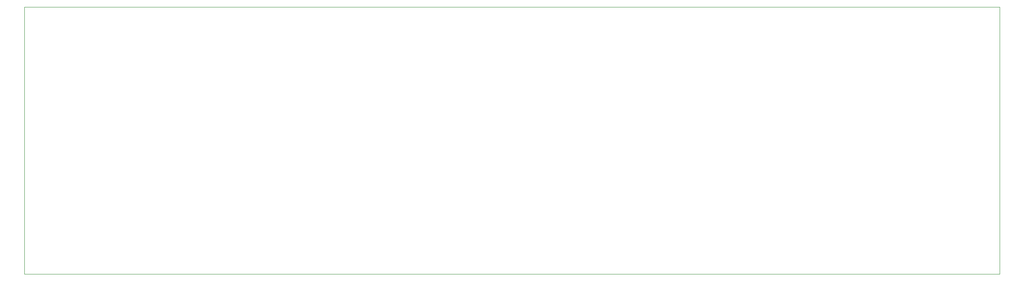
<source format=gbr>
%TF.GenerationSoftware,KiCad,Pcbnew,9.0.4*%
%TF.CreationDate,2025-10-02T14:04:06+09:00*%
%TF.ProjectId,LTC6811_ESP32_Master_V5P3,4c544336-3831-4315-9f45-535033325f4d,rev?*%
%TF.SameCoordinates,Original*%
%TF.FileFunction,Profile,NP*%
%FSLAX46Y46*%
G04 Gerber Fmt 4.6, Leading zero omitted, Abs format (unit mm)*
G04 Created by KiCad (PCBNEW 9.0.4) date 2025-10-02 14:04:06*
%MOMM*%
%LPD*%
G01*
G04 APERTURE LIST*
%TA.AperFunction,Profile*%
%ADD10C,0.050000*%
%TD*%
G04 APERTURE END LIST*
D10*
X0Y55000000D02*
X200000000Y55000000D01*
X200000000Y0D01*
X0Y0D01*
X0Y55000000D01*
M02*

</source>
